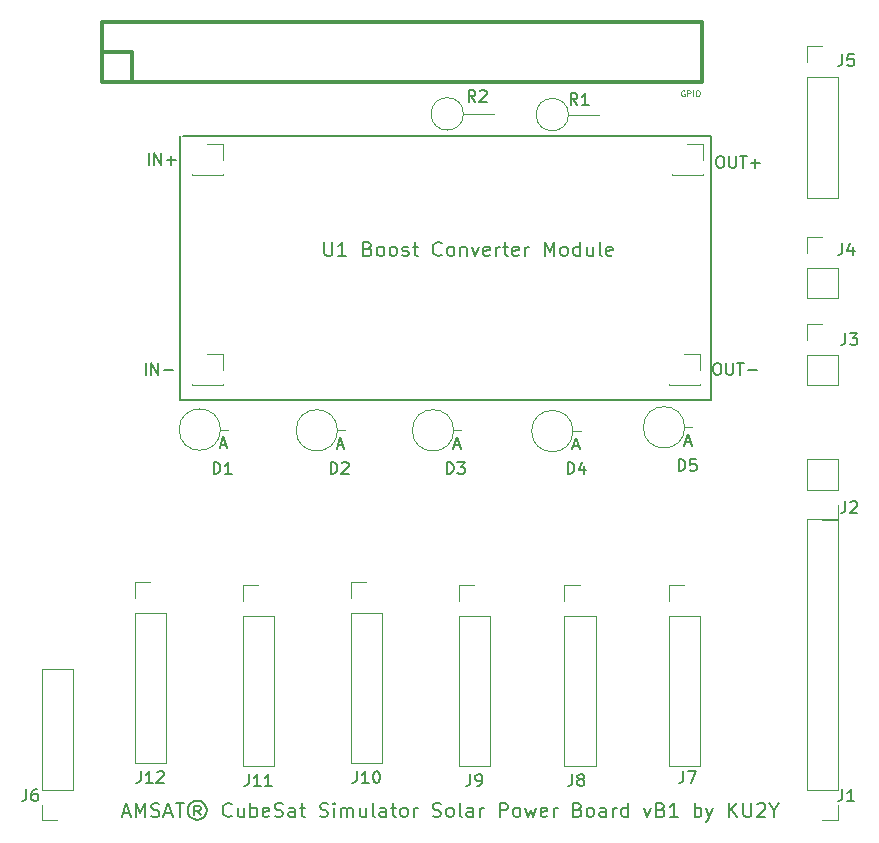
<source format=gbr>
G04 #@! TF.GenerationSoftware,KiCad,Pcbnew,(5.0.1)-4*
G04 #@! TF.CreationDate,2018-12-13T18:51:49-05:00*
G04 #@! TF.ProjectId,pihat_template,70696861745F74656D706C6174652E6B,B1.1*
G04 #@! TF.SameCoordinates,Original*
G04 #@! TF.FileFunction,Legend,Top*
G04 #@! TF.FilePolarity,Positive*
%FSLAX46Y46*%
G04 Gerber Fmt 4.6, Leading zero omitted, Abs format (unit mm)*
G04 Created by KiCad (PCBNEW (5.0.1)-4) date 12/13/2018 6:51:49 PM*
%MOMM*%
%LPD*%
G01*
G04 APERTURE LIST*
%ADD10C,0.200000*%
%ADD11C,0.120000*%
%ADD12C,0.304800*%
%ADD13C,0.150000*%
%ADD14C,0.125000*%
G04 APERTURE END LIST*
D10*
X113789714Y-139238000D02*
X114361142Y-139238000D01*
X113675428Y-139580857D02*
X114075428Y-138380857D01*
X114475428Y-139580857D01*
X114875428Y-139580857D02*
X114875428Y-138380857D01*
X115275428Y-139238000D01*
X115675428Y-138380857D01*
X115675428Y-139580857D01*
X116189714Y-139523714D02*
X116361142Y-139580857D01*
X116646857Y-139580857D01*
X116761142Y-139523714D01*
X116818285Y-139466571D01*
X116875428Y-139352285D01*
X116875428Y-139238000D01*
X116818285Y-139123714D01*
X116761142Y-139066571D01*
X116646857Y-139009428D01*
X116418285Y-138952285D01*
X116304000Y-138895142D01*
X116246857Y-138838000D01*
X116189714Y-138723714D01*
X116189714Y-138609428D01*
X116246857Y-138495142D01*
X116304000Y-138438000D01*
X116418285Y-138380857D01*
X116704000Y-138380857D01*
X116875428Y-138438000D01*
X117332571Y-139238000D02*
X117904000Y-139238000D01*
X117218285Y-139580857D02*
X117618285Y-138380857D01*
X118018285Y-139580857D01*
X118246857Y-138380857D02*
X118932571Y-138380857D01*
X118589714Y-139580857D02*
X118589714Y-138380857D01*
X120361142Y-139409428D02*
X120075428Y-139066571D01*
X119846857Y-139409428D02*
X119846857Y-138609428D01*
X120189714Y-138609428D01*
X120304000Y-138666571D01*
X120361142Y-138780857D01*
X120361142Y-138895142D01*
X120304000Y-139009428D01*
X120189714Y-139066571D01*
X119846857Y-139066571D01*
X120075428Y-138209428D02*
X119789714Y-138266571D01*
X119504000Y-138438000D01*
X119332571Y-138723714D01*
X119275428Y-139009428D01*
X119332571Y-139295142D01*
X119504000Y-139580857D01*
X119789714Y-139752285D01*
X120075428Y-139809428D01*
X120361142Y-139752285D01*
X120646857Y-139580857D01*
X120818285Y-139295142D01*
X120875428Y-139009428D01*
X120818285Y-138723714D01*
X120646857Y-138438000D01*
X120361142Y-138266571D01*
X120075428Y-138209428D01*
X122989714Y-139466571D02*
X122932571Y-139523714D01*
X122761142Y-139580857D01*
X122646857Y-139580857D01*
X122475428Y-139523714D01*
X122361142Y-139409428D01*
X122304000Y-139295142D01*
X122246857Y-139066571D01*
X122246857Y-138895142D01*
X122304000Y-138666571D01*
X122361142Y-138552285D01*
X122475428Y-138438000D01*
X122646857Y-138380857D01*
X122761142Y-138380857D01*
X122932571Y-138438000D01*
X122989714Y-138495142D01*
X124018285Y-138780857D02*
X124018285Y-139580857D01*
X123504000Y-138780857D02*
X123504000Y-139409428D01*
X123561142Y-139523714D01*
X123675428Y-139580857D01*
X123846857Y-139580857D01*
X123961142Y-139523714D01*
X124018285Y-139466571D01*
X124589714Y-139580857D02*
X124589714Y-138380857D01*
X124589714Y-138838000D02*
X124704000Y-138780857D01*
X124932571Y-138780857D01*
X125046857Y-138838000D01*
X125104000Y-138895142D01*
X125161142Y-139009428D01*
X125161142Y-139352285D01*
X125104000Y-139466571D01*
X125046857Y-139523714D01*
X124932571Y-139580857D01*
X124704000Y-139580857D01*
X124589714Y-139523714D01*
X126132571Y-139523714D02*
X126018285Y-139580857D01*
X125789714Y-139580857D01*
X125675428Y-139523714D01*
X125618285Y-139409428D01*
X125618285Y-138952285D01*
X125675428Y-138838000D01*
X125789714Y-138780857D01*
X126018285Y-138780857D01*
X126132571Y-138838000D01*
X126189714Y-138952285D01*
X126189714Y-139066571D01*
X125618285Y-139180857D01*
X126646857Y-139523714D02*
X126818285Y-139580857D01*
X127104000Y-139580857D01*
X127218285Y-139523714D01*
X127275428Y-139466571D01*
X127332571Y-139352285D01*
X127332571Y-139238000D01*
X127275428Y-139123714D01*
X127218285Y-139066571D01*
X127104000Y-139009428D01*
X126875428Y-138952285D01*
X126761142Y-138895142D01*
X126704000Y-138838000D01*
X126646857Y-138723714D01*
X126646857Y-138609428D01*
X126704000Y-138495142D01*
X126761142Y-138438000D01*
X126875428Y-138380857D01*
X127161142Y-138380857D01*
X127332571Y-138438000D01*
X128361142Y-139580857D02*
X128361142Y-138952285D01*
X128304000Y-138838000D01*
X128189714Y-138780857D01*
X127961142Y-138780857D01*
X127846857Y-138838000D01*
X128361142Y-139523714D02*
X128246857Y-139580857D01*
X127961142Y-139580857D01*
X127846857Y-139523714D01*
X127789714Y-139409428D01*
X127789714Y-139295142D01*
X127846857Y-139180857D01*
X127961142Y-139123714D01*
X128246857Y-139123714D01*
X128361142Y-139066571D01*
X128761142Y-138780857D02*
X129218285Y-138780857D01*
X128932571Y-138380857D02*
X128932571Y-139409428D01*
X128989714Y-139523714D01*
X129104000Y-139580857D01*
X129218285Y-139580857D01*
X130475428Y-139523714D02*
X130646857Y-139580857D01*
X130932571Y-139580857D01*
X131046857Y-139523714D01*
X131104000Y-139466571D01*
X131161142Y-139352285D01*
X131161142Y-139238000D01*
X131104000Y-139123714D01*
X131046857Y-139066571D01*
X130932571Y-139009428D01*
X130704000Y-138952285D01*
X130589714Y-138895142D01*
X130532571Y-138838000D01*
X130475428Y-138723714D01*
X130475428Y-138609428D01*
X130532571Y-138495142D01*
X130589714Y-138438000D01*
X130704000Y-138380857D01*
X130989714Y-138380857D01*
X131161142Y-138438000D01*
X131675428Y-139580857D02*
X131675428Y-138780857D01*
X131675428Y-138380857D02*
X131618285Y-138438000D01*
X131675428Y-138495142D01*
X131732571Y-138438000D01*
X131675428Y-138380857D01*
X131675428Y-138495142D01*
X132246857Y-139580857D02*
X132246857Y-138780857D01*
X132246857Y-138895142D02*
X132304000Y-138838000D01*
X132418285Y-138780857D01*
X132589714Y-138780857D01*
X132704000Y-138838000D01*
X132761142Y-138952285D01*
X132761142Y-139580857D01*
X132761142Y-138952285D02*
X132818285Y-138838000D01*
X132932571Y-138780857D01*
X133104000Y-138780857D01*
X133218285Y-138838000D01*
X133275428Y-138952285D01*
X133275428Y-139580857D01*
X134361142Y-138780857D02*
X134361142Y-139580857D01*
X133846857Y-138780857D02*
X133846857Y-139409428D01*
X133904000Y-139523714D01*
X134018285Y-139580857D01*
X134189714Y-139580857D01*
X134304000Y-139523714D01*
X134361142Y-139466571D01*
X135104000Y-139580857D02*
X134989714Y-139523714D01*
X134932571Y-139409428D01*
X134932571Y-138380857D01*
X136075428Y-139580857D02*
X136075428Y-138952285D01*
X136018285Y-138838000D01*
X135904000Y-138780857D01*
X135675428Y-138780857D01*
X135561142Y-138838000D01*
X136075428Y-139523714D02*
X135961142Y-139580857D01*
X135675428Y-139580857D01*
X135561142Y-139523714D01*
X135504000Y-139409428D01*
X135504000Y-139295142D01*
X135561142Y-139180857D01*
X135675428Y-139123714D01*
X135961142Y-139123714D01*
X136075428Y-139066571D01*
X136475428Y-138780857D02*
X136932571Y-138780857D01*
X136646857Y-138380857D02*
X136646857Y-139409428D01*
X136704000Y-139523714D01*
X136818285Y-139580857D01*
X136932571Y-139580857D01*
X137504000Y-139580857D02*
X137389714Y-139523714D01*
X137332571Y-139466571D01*
X137275428Y-139352285D01*
X137275428Y-139009428D01*
X137332571Y-138895142D01*
X137389714Y-138838000D01*
X137504000Y-138780857D01*
X137675428Y-138780857D01*
X137789714Y-138838000D01*
X137846857Y-138895142D01*
X137904000Y-139009428D01*
X137904000Y-139352285D01*
X137846857Y-139466571D01*
X137789714Y-139523714D01*
X137675428Y-139580857D01*
X137504000Y-139580857D01*
X138418285Y-139580857D02*
X138418285Y-138780857D01*
X138418285Y-139009428D02*
X138475428Y-138895142D01*
X138532571Y-138838000D01*
X138646857Y-138780857D01*
X138761142Y-138780857D01*
X140018285Y-139523714D02*
X140189714Y-139580857D01*
X140475428Y-139580857D01*
X140589714Y-139523714D01*
X140646857Y-139466571D01*
X140704000Y-139352285D01*
X140704000Y-139238000D01*
X140646857Y-139123714D01*
X140589714Y-139066571D01*
X140475428Y-139009428D01*
X140246857Y-138952285D01*
X140132571Y-138895142D01*
X140075428Y-138838000D01*
X140018285Y-138723714D01*
X140018285Y-138609428D01*
X140075428Y-138495142D01*
X140132571Y-138438000D01*
X140246857Y-138380857D01*
X140532571Y-138380857D01*
X140704000Y-138438000D01*
X141389714Y-139580857D02*
X141275428Y-139523714D01*
X141218285Y-139466571D01*
X141161142Y-139352285D01*
X141161142Y-139009428D01*
X141218285Y-138895142D01*
X141275428Y-138838000D01*
X141389714Y-138780857D01*
X141561142Y-138780857D01*
X141675428Y-138838000D01*
X141732571Y-138895142D01*
X141789714Y-139009428D01*
X141789714Y-139352285D01*
X141732571Y-139466571D01*
X141675428Y-139523714D01*
X141561142Y-139580857D01*
X141389714Y-139580857D01*
X142475428Y-139580857D02*
X142361142Y-139523714D01*
X142304000Y-139409428D01*
X142304000Y-138380857D01*
X143446857Y-139580857D02*
X143446857Y-138952285D01*
X143389714Y-138838000D01*
X143275428Y-138780857D01*
X143046857Y-138780857D01*
X142932571Y-138838000D01*
X143446857Y-139523714D02*
X143332571Y-139580857D01*
X143046857Y-139580857D01*
X142932571Y-139523714D01*
X142875428Y-139409428D01*
X142875428Y-139295142D01*
X142932571Y-139180857D01*
X143046857Y-139123714D01*
X143332571Y-139123714D01*
X143446857Y-139066571D01*
X144018285Y-139580857D02*
X144018285Y-138780857D01*
X144018285Y-139009428D02*
X144075428Y-138895142D01*
X144132571Y-138838000D01*
X144246857Y-138780857D01*
X144361142Y-138780857D01*
X145675428Y-139580857D02*
X145675428Y-138380857D01*
X146132571Y-138380857D01*
X146246857Y-138438000D01*
X146304000Y-138495142D01*
X146361142Y-138609428D01*
X146361142Y-138780857D01*
X146304000Y-138895142D01*
X146246857Y-138952285D01*
X146132571Y-139009428D01*
X145675428Y-139009428D01*
X147046857Y-139580857D02*
X146932571Y-139523714D01*
X146875428Y-139466571D01*
X146818285Y-139352285D01*
X146818285Y-139009428D01*
X146875428Y-138895142D01*
X146932571Y-138838000D01*
X147046857Y-138780857D01*
X147218285Y-138780857D01*
X147332571Y-138838000D01*
X147389714Y-138895142D01*
X147446857Y-139009428D01*
X147446857Y-139352285D01*
X147389714Y-139466571D01*
X147332571Y-139523714D01*
X147218285Y-139580857D01*
X147046857Y-139580857D01*
X147846857Y-138780857D02*
X148075428Y-139580857D01*
X148304000Y-139009428D01*
X148532571Y-139580857D01*
X148761142Y-138780857D01*
X149675428Y-139523714D02*
X149561142Y-139580857D01*
X149332571Y-139580857D01*
X149218285Y-139523714D01*
X149161142Y-139409428D01*
X149161142Y-138952285D01*
X149218285Y-138838000D01*
X149332571Y-138780857D01*
X149561142Y-138780857D01*
X149675428Y-138838000D01*
X149732571Y-138952285D01*
X149732571Y-139066571D01*
X149161142Y-139180857D01*
X150246857Y-139580857D02*
X150246857Y-138780857D01*
X150246857Y-139009428D02*
X150304000Y-138895142D01*
X150361142Y-138838000D01*
X150475428Y-138780857D01*
X150589714Y-138780857D01*
X152304000Y-138952285D02*
X152475428Y-139009428D01*
X152532571Y-139066571D01*
X152589714Y-139180857D01*
X152589714Y-139352285D01*
X152532571Y-139466571D01*
X152475428Y-139523714D01*
X152361142Y-139580857D01*
X151904000Y-139580857D01*
X151904000Y-138380857D01*
X152304000Y-138380857D01*
X152418285Y-138438000D01*
X152475428Y-138495142D01*
X152532571Y-138609428D01*
X152532571Y-138723714D01*
X152475428Y-138838000D01*
X152418285Y-138895142D01*
X152304000Y-138952285D01*
X151904000Y-138952285D01*
X153275428Y-139580857D02*
X153161142Y-139523714D01*
X153104000Y-139466571D01*
X153046857Y-139352285D01*
X153046857Y-139009428D01*
X153104000Y-138895142D01*
X153161142Y-138838000D01*
X153275428Y-138780857D01*
X153446857Y-138780857D01*
X153561142Y-138838000D01*
X153618285Y-138895142D01*
X153675428Y-139009428D01*
X153675428Y-139352285D01*
X153618285Y-139466571D01*
X153561142Y-139523714D01*
X153446857Y-139580857D01*
X153275428Y-139580857D01*
X154704000Y-139580857D02*
X154704000Y-138952285D01*
X154646857Y-138838000D01*
X154532571Y-138780857D01*
X154304000Y-138780857D01*
X154189714Y-138838000D01*
X154704000Y-139523714D02*
X154589714Y-139580857D01*
X154304000Y-139580857D01*
X154189714Y-139523714D01*
X154132571Y-139409428D01*
X154132571Y-139295142D01*
X154189714Y-139180857D01*
X154304000Y-139123714D01*
X154589714Y-139123714D01*
X154704000Y-139066571D01*
X155275428Y-139580857D02*
X155275428Y-138780857D01*
X155275428Y-139009428D02*
X155332571Y-138895142D01*
X155389714Y-138838000D01*
X155504000Y-138780857D01*
X155618285Y-138780857D01*
X156532571Y-139580857D02*
X156532571Y-138380857D01*
X156532571Y-139523714D02*
X156418285Y-139580857D01*
X156189714Y-139580857D01*
X156075428Y-139523714D01*
X156018285Y-139466571D01*
X155961142Y-139352285D01*
X155961142Y-139009428D01*
X156018285Y-138895142D01*
X156075428Y-138838000D01*
X156189714Y-138780857D01*
X156418285Y-138780857D01*
X156532571Y-138838000D01*
X157904000Y-138780857D02*
X158189714Y-139580857D01*
X158475428Y-138780857D01*
X159332571Y-138952285D02*
X159504000Y-139009428D01*
X159561142Y-139066571D01*
X159618285Y-139180857D01*
X159618285Y-139352285D01*
X159561142Y-139466571D01*
X159504000Y-139523714D01*
X159389714Y-139580857D01*
X158932571Y-139580857D01*
X158932571Y-138380857D01*
X159332571Y-138380857D01*
X159446857Y-138438000D01*
X159504000Y-138495142D01*
X159561142Y-138609428D01*
X159561142Y-138723714D01*
X159504000Y-138838000D01*
X159446857Y-138895142D01*
X159332571Y-138952285D01*
X158932571Y-138952285D01*
X160761142Y-139580857D02*
X160075428Y-139580857D01*
X160418285Y-139580857D02*
X160418285Y-138380857D01*
X160304000Y-138552285D01*
X160189714Y-138666571D01*
X160075428Y-138723714D01*
X162189714Y-139580857D02*
X162189714Y-138380857D01*
X162189714Y-138838000D02*
X162304000Y-138780857D01*
X162532571Y-138780857D01*
X162646857Y-138838000D01*
X162704000Y-138895142D01*
X162761142Y-139009428D01*
X162761142Y-139352285D01*
X162704000Y-139466571D01*
X162646857Y-139523714D01*
X162532571Y-139580857D01*
X162304000Y-139580857D01*
X162189714Y-139523714D01*
X163161142Y-138780857D02*
X163446857Y-139580857D01*
X163732571Y-138780857D02*
X163446857Y-139580857D01*
X163332571Y-139866571D01*
X163275428Y-139923714D01*
X163161142Y-139980857D01*
X165104000Y-139580857D02*
X165104000Y-138380857D01*
X165789714Y-139580857D02*
X165275428Y-138895142D01*
X165789714Y-138380857D02*
X165104000Y-139066571D01*
X166304000Y-138380857D02*
X166304000Y-139352285D01*
X166361142Y-139466571D01*
X166418285Y-139523714D01*
X166532571Y-139580857D01*
X166761142Y-139580857D01*
X166875428Y-139523714D01*
X166932571Y-139466571D01*
X166989714Y-139352285D01*
X166989714Y-138380857D01*
X167504000Y-138495142D02*
X167561142Y-138438000D01*
X167675428Y-138380857D01*
X167961142Y-138380857D01*
X168075428Y-138438000D01*
X168132571Y-138495142D01*
X168189714Y-138609428D01*
X168189714Y-138723714D01*
X168132571Y-138895142D01*
X167446857Y-139580857D01*
X168189714Y-139580857D01*
X168932571Y-139009428D02*
X168932571Y-139580857D01*
X168532571Y-138380857D02*
X168932571Y-139009428D01*
X169332571Y-138380857D01*
X130828000Y-90882857D02*
X130828000Y-91854285D01*
X130885142Y-91968571D01*
X130942285Y-92025714D01*
X131056571Y-92082857D01*
X131285142Y-92082857D01*
X131399428Y-92025714D01*
X131456571Y-91968571D01*
X131513714Y-91854285D01*
X131513714Y-90882857D01*
X132713714Y-92082857D02*
X132028000Y-92082857D01*
X132370857Y-92082857D02*
X132370857Y-90882857D01*
X132256571Y-91054285D01*
X132142285Y-91168571D01*
X132028000Y-91225714D01*
X134542285Y-91454285D02*
X134713714Y-91511428D01*
X134770857Y-91568571D01*
X134828000Y-91682857D01*
X134828000Y-91854285D01*
X134770857Y-91968571D01*
X134713714Y-92025714D01*
X134599428Y-92082857D01*
X134142285Y-92082857D01*
X134142285Y-90882857D01*
X134542285Y-90882857D01*
X134656571Y-90940000D01*
X134713714Y-90997142D01*
X134770857Y-91111428D01*
X134770857Y-91225714D01*
X134713714Y-91340000D01*
X134656571Y-91397142D01*
X134542285Y-91454285D01*
X134142285Y-91454285D01*
X135513714Y-92082857D02*
X135399428Y-92025714D01*
X135342285Y-91968571D01*
X135285142Y-91854285D01*
X135285142Y-91511428D01*
X135342285Y-91397142D01*
X135399428Y-91340000D01*
X135513714Y-91282857D01*
X135685142Y-91282857D01*
X135799428Y-91340000D01*
X135856571Y-91397142D01*
X135913714Y-91511428D01*
X135913714Y-91854285D01*
X135856571Y-91968571D01*
X135799428Y-92025714D01*
X135685142Y-92082857D01*
X135513714Y-92082857D01*
X136599428Y-92082857D02*
X136485142Y-92025714D01*
X136428000Y-91968571D01*
X136370857Y-91854285D01*
X136370857Y-91511428D01*
X136428000Y-91397142D01*
X136485142Y-91340000D01*
X136599428Y-91282857D01*
X136770857Y-91282857D01*
X136885142Y-91340000D01*
X136942285Y-91397142D01*
X136999428Y-91511428D01*
X136999428Y-91854285D01*
X136942285Y-91968571D01*
X136885142Y-92025714D01*
X136770857Y-92082857D01*
X136599428Y-92082857D01*
X137456571Y-92025714D02*
X137570857Y-92082857D01*
X137799428Y-92082857D01*
X137913714Y-92025714D01*
X137970857Y-91911428D01*
X137970857Y-91854285D01*
X137913714Y-91740000D01*
X137799428Y-91682857D01*
X137628000Y-91682857D01*
X137513714Y-91625714D01*
X137456571Y-91511428D01*
X137456571Y-91454285D01*
X137513714Y-91340000D01*
X137628000Y-91282857D01*
X137799428Y-91282857D01*
X137913714Y-91340000D01*
X138313714Y-91282857D02*
X138770857Y-91282857D01*
X138485142Y-90882857D02*
X138485142Y-91911428D01*
X138542285Y-92025714D01*
X138656571Y-92082857D01*
X138770857Y-92082857D01*
X140770857Y-91968571D02*
X140713714Y-92025714D01*
X140542285Y-92082857D01*
X140428000Y-92082857D01*
X140256571Y-92025714D01*
X140142285Y-91911428D01*
X140085142Y-91797142D01*
X140028000Y-91568571D01*
X140028000Y-91397142D01*
X140085142Y-91168571D01*
X140142285Y-91054285D01*
X140256571Y-90940000D01*
X140428000Y-90882857D01*
X140542285Y-90882857D01*
X140713714Y-90940000D01*
X140770857Y-90997142D01*
X141456571Y-92082857D02*
X141342285Y-92025714D01*
X141285142Y-91968571D01*
X141228000Y-91854285D01*
X141228000Y-91511428D01*
X141285142Y-91397142D01*
X141342285Y-91340000D01*
X141456571Y-91282857D01*
X141628000Y-91282857D01*
X141742285Y-91340000D01*
X141799428Y-91397142D01*
X141856571Y-91511428D01*
X141856571Y-91854285D01*
X141799428Y-91968571D01*
X141742285Y-92025714D01*
X141628000Y-92082857D01*
X141456571Y-92082857D01*
X142370857Y-91282857D02*
X142370857Y-92082857D01*
X142370857Y-91397142D02*
X142428000Y-91340000D01*
X142542285Y-91282857D01*
X142713714Y-91282857D01*
X142828000Y-91340000D01*
X142885142Y-91454285D01*
X142885142Y-92082857D01*
X143342285Y-91282857D02*
X143628000Y-92082857D01*
X143913714Y-91282857D01*
X144828000Y-92025714D02*
X144713714Y-92082857D01*
X144485142Y-92082857D01*
X144370857Y-92025714D01*
X144313714Y-91911428D01*
X144313714Y-91454285D01*
X144370857Y-91340000D01*
X144485142Y-91282857D01*
X144713714Y-91282857D01*
X144828000Y-91340000D01*
X144885142Y-91454285D01*
X144885142Y-91568571D01*
X144313714Y-91682857D01*
X145399428Y-92082857D02*
X145399428Y-91282857D01*
X145399428Y-91511428D02*
X145456571Y-91397142D01*
X145513714Y-91340000D01*
X145628000Y-91282857D01*
X145742285Y-91282857D01*
X145970857Y-91282857D02*
X146428000Y-91282857D01*
X146142285Y-90882857D02*
X146142285Y-91911428D01*
X146199428Y-92025714D01*
X146313714Y-92082857D01*
X146428000Y-92082857D01*
X147285142Y-92025714D02*
X147170857Y-92082857D01*
X146942285Y-92082857D01*
X146828000Y-92025714D01*
X146770857Y-91911428D01*
X146770857Y-91454285D01*
X146828000Y-91340000D01*
X146942285Y-91282857D01*
X147170857Y-91282857D01*
X147285142Y-91340000D01*
X147342285Y-91454285D01*
X147342285Y-91568571D01*
X146770857Y-91682857D01*
X147856571Y-92082857D02*
X147856571Y-91282857D01*
X147856571Y-91511428D02*
X147913714Y-91397142D01*
X147970857Y-91340000D01*
X148085142Y-91282857D01*
X148199428Y-91282857D01*
X149513714Y-92082857D02*
X149513714Y-90882857D01*
X149913714Y-91740000D01*
X150313714Y-90882857D01*
X150313714Y-92082857D01*
X151056571Y-92082857D02*
X150942285Y-92025714D01*
X150885142Y-91968571D01*
X150828000Y-91854285D01*
X150828000Y-91511428D01*
X150885142Y-91397142D01*
X150942285Y-91340000D01*
X151056571Y-91282857D01*
X151228000Y-91282857D01*
X151342285Y-91340000D01*
X151399428Y-91397142D01*
X151456571Y-91511428D01*
X151456571Y-91854285D01*
X151399428Y-91968571D01*
X151342285Y-92025714D01*
X151228000Y-92082857D01*
X151056571Y-92082857D01*
X152485142Y-92082857D02*
X152485142Y-90882857D01*
X152485142Y-92025714D02*
X152370857Y-92082857D01*
X152142285Y-92082857D01*
X152028000Y-92025714D01*
X151970857Y-91968571D01*
X151913714Y-91854285D01*
X151913714Y-91511428D01*
X151970857Y-91397142D01*
X152028000Y-91340000D01*
X152142285Y-91282857D01*
X152370857Y-91282857D01*
X152485142Y-91340000D01*
X153570857Y-91282857D02*
X153570857Y-92082857D01*
X153056571Y-91282857D02*
X153056571Y-91911428D01*
X153113714Y-92025714D01*
X153228000Y-92082857D01*
X153399428Y-92082857D01*
X153513714Y-92025714D01*
X153570857Y-91968571D01*
X154313714Y-92082857D02*
X154199428Y-92025714D01*
X154142285Y-91911428D01*
X154142285Y-90882857D01*
X155228000Y-92025714D02*
X155113714Y-92082857D01*
X154885142Y-92082857D01*
X154770857Y-92025714D01*
X154713714Y-91911428D01*
X154713714Y-91454285D01*
X154770857Y-91340000D01*
X154885142Y-91282857D01*
X155113714Y-91282857D01*
X155228000Y-91340000D01*
X155285142Y-91454285D01*
X155285142Y-91568571D01*
X154713714Y-91682857D01*
X118644000Y-104240000D02*
X118644000Y-81888000D01*
X163602000Y-104240000D02*
X118644000Y-104240000D01*
X163602000Y-81888000D02*
X163602000Y-104240000D01*
X118898000Y-81888000D02*
X163602000Y-81888000D01*
D11*
G04 #@! TO.C,J11*
X123918000Y-135288000D02*
X126578000Y-135288000D01*
X123918000Y-122528000D02*
X123918000Y-135288000D01*
X126578000Y-122528000D02*
X126578000Y-135288000D01*
X123918000Y-122528000D02*
X126578000Y-122528000D01*
X123918000Y-121258000D02*
X123918000Y-119928000D01*
X123918000Y-119928000D02*
X125248000Y-119928000D01*
G04 #@! TO.C,OUT-*
X159986000Y-103030000D02*
X162646000Y-103030000D01*
X159986000Y-102910000D02*
X159986000Y-103030000D01*
X162646000Y-102910000D02*
X162646000Y-103030000D01*
X162646000Y-100370000D02*
X162646000Y-101700000D01*
X161316000Y-100370000D02*
X162646000Y-100370000D01*
G04 #@! TO.C,IN+*
X119600000Y-85250000D02*
X122260000Y-85250000D01*
X119600000Y-85130000D02*
X119600000Y-85250000D01*
X122260000Y-85130000D02*
X122260000Y-85250000D01*
X122260000Y-82590000D02*
X122260000Y-83920000D01*
X120930000Y-82590000D02*
X122260000Y-82590000D01*
G04 #@! TO.C,IN-*
X119600000Y-103030000D02*
X122260000Y-103030000D01*
X119600000Y-102910000D02*
X119600000Y-103030000D01*
X122260000Y-102910000D02*
X122260000Y-103030000D01*
X122260000Y-100370000D02*
X122260000Y-101700000D01*
X120930000Y-100370000D02*
X122260000Y-100370000D01*
G04 #@! TO.C,OUT+*
X161570000Y-82590000D02*
X162900000Y-82590000D01*
X162900000Y-82590000D02*
X162900000Y-83920000D01*
X162900000Y-85130000D02*
X162900000Y-85250000D01*
X160240000Y-85130000D02*
X160240000Y-85250000D01*
X160240000Y-85250000D02*
X162900000Y-85250000D01*
G04 #@! TO.C,J6*
X109560000Y-137260000D02*
X106900000Y-137260000D01*
X109560000Y-137260000D02*
X109560000Y-127040000D01*
X109560000Y-127040000D02*
X106900000Y-127040000D01*
X106900000Y-137260000D02*
X106900000Y-127040000D01*
X106900000Y-139860000D02*
X106900000Y-138530000D01*
X108230000Y-139860000D02*
X106900000Y-139860000D01*
G04 #@! TO.C,R1*
X151510000Y-80110000D02*
X154120000Y-80110000D01*
X151510000Y-80110000D02*
G75*
G03X151510000Y-80110000I-1370000J0D01*
G01*
G04 #@! TO.C,R2*
X142620000Y-80046500D02*
G75*
G03X142620000Y-80046500I-1370000J0D01*
G01*
X142620000Y-80046500D02*
X145230000Y-80046500D01*
G04 #@! TO.C,J2*
X174330000Y-109260000D02*
X171670000Y-109260000D01*
X174330000Y-111860000D02*
X174330000Y-109260000D01*
X171670000Y-111860000D02*
X171670000Y-109260000D01*
X174330000Y-111860000D02*
X171670000Y-111860000D01*
X174330000Y-113130000D02*
X174330000Y-114460000D01*
X174330000Y-114460000D02*
X173000000Y-114460000D01*
G04 #@! TO.C,J4*
X171670000Y-90464000D02*
X173000000Y-90464000D01*
X171670000Y-91794000D02*
X171670000Y-90464000D01*
X171670000Y-93064000D02*
X174330000Y-93064000D01*
X174330000Y-93064000D02*
X174330000Y-95664000D01*
X171670000Y-93064000D02*
X171670000Y-95664000D01*
X171670000Y-95664000D02*
X174330000Y-95664000D01*
G04 #@! TO.C,J3*
X171670000Y-103030000D02*
X174330000Y-103030000D01*
X171670000Y-100430000D02*
X171670000Y-103030000D01*
X174330000Y-100430000D02*
X174330000Y-103030000D01*
X171670000Y-100430000D02*
X174330000Y-100430000D01*
X171670000Y-99160000D02*
X171670000Y-97830000D01*
X171670000Y-97830000D02*
X173000000Y-97830000D01*
G04 #@! TO.C,J10*
X133062000Y-135034000D02*
X135722000Y-135034000D01*
X133062000Y-122274000D02*
X133062000Y-135034000D01*
X135722000Y-122274000D02*
X135722000Y-135034000D01*
X133062000Y-122274000D02*
X135722000Y-122274000D01*
X133062000Y-121004000D02*
X133062000Y-119674000D01*
X133062000Y-119674000D02*
X134392000Y-119674000D01*
G04 #@! TO.C,J12*
X114774000Y-119674000D02*
X116104000Y-119674000D01*
X114774000Y-121004000D02*
X114774000Y-119674000D01*
X114774000Y-122274000D02*
X117434000Y-122274000D01*
X117434000Y-122274000D02*
X117434000Y-135034000D01*
X114774000Y-122274000D02*
X114774000Y-135034000D01*
X114774000Y-135034000D02*
X117434000Y-135034000D01*
G04 #@! TO.C,J8*
X151159500Y-135288000D02*
X153819500Y-135288000D01*
X151159500Y-122528000D02*
X151159500Y-135288000D01*
X153819500Y-122528000D02*
X153819500Y-135288000D01*
X151159500Y-122528000D02*
X153819500Y-122528000D01*
X151159500Y-121258000D02*
X151159500Y-119928000D01*
X151159500Y-119928000D02*
X152489500Y-119928000D01*
G04 #@! TO.C,J7*
X159986000Y-119928000D02*
X161316000Y-119928000D01*
X159986000Y-121258000D02*
X159986000Y-119928000D01*
X159986000Y-122528000D02*
X162646000Y-122528000D01*
X162646000Y-122528000D02*
X162646000Y-135288000D01*
X159986000Y-122528000D02*
X159986000Y-135288000D01*
X159986000Y-135288000D02*
X162646000Y-135288000D01*
G04 #@! TO.C,J9*
X142206000Y-135288000D02*
X144866000Y-135288000D01*
X142206000Y-122528000D02*
X142206000Y-135288000D01*
X144866000Y-122528000D02*
X144866000Y-135288000D01*
X142206000Y-122528000D02*
X144866000Y-122528000D01*
X142206000Y-121258000D02*
X142206000Y-119928000D01*
X142206000Y-119928000D02*
X143536000Y-119928000D01*
G04 #@! TO.C,J1*
X174330000Y-114340000D02*
X171670000Y-114340000D01*
X174330000Y-137260000D02*
X174330000Y-114340000D01*
X171670000Y-137260000D02*
X171670000Y-114340000D01*
X174330000Y-137260000D02*
X171670000Y-137260000D01*
X174330000Y-138530000D02*
X174330000Y-139860000D01*
X174330000Y-139860000D02*
X173000000Y-139860000D01*
G04 #@! TO.C,D4*
X151890635Y-106907000D02*
X152550000Y-106907000D01*
X151890635Y-106907000D02*
G75*
G03X151890635Y-106907000I-1750635J0D01*
G01*
G04 #@! TO.C,D3*
X141794135Y-106843500D02*
G75*
G03X141794135Y-106843500I-1750635J0D01*
G01*
X141794135Y-106843500D02*
X142453500Y-106843500D01*
G04 #@! TO.C,D5*
X161352135Y-106589500D02*
X162011500Y-106589500D01*
X161352135Y-106589500D02*
G75*
G03X161352135Y-106589500I-1750635J0D01*
G01*
G04 #@! TO.C,D2*
X131951635Y-106843500D02*
G75*
G03X131951635Y-106843500I-1750635J0D01*
G01*
X131951635Y-106843500D02*
X132611000Y-106843500D01*
G04 #@! TO.C,J5*
X171670000Y-87155000D02*
X174330000Y-87155000D01*
X171670000Y-76935000D02*
X171670000Y-87155000D01*
X174330000Y-76935000D02*
X174330000Y-87155000D01*
X171670000Y-76935000D02*
X174330000Y-76935000D01*
X171670000Y-75665000D02*
X171670000Y-74335000D01*
X171670000Y-74335000D02*
X173000000Y-74335000D01*
G04 #@! TO.C,D1*
X122045635Y-106780000D02*
G75*
G03X122045635Y-106780000I-1750635J0D01*
G01*
X122045635Y-106780000D02*
X122705000Y-106780000D01*
D12*
G04 #@! TO.C,GPIO*
X162820000Y-77360000D02*
X112020000Y-77360000D01*
X112020000Y-72280000D02*
X162820000Y-72280000D01*
X112020000Y-74820000D02*
X114560000Y-74820000D01*
X114560000Y-74820000D02*
X114560000Y-77360000D01*
X112020000Y-72280000D02*
X112020000Y-77360000D01*
X162820000Y-77360000D02*
X162820000Y-72280000D01*
G04 #@! TO.C,J11*
D13*
X124438476Y-135950380D02*
X124438476Y-136664666D01*
X124390857Y-136807523D01*
X124295619Y-136902761D01*
X124152761Y-136950380D01*
X124057523Y-136950380D01*
X125438476Y-136950380D02*
X124867047Y-136950380D01*
X125152761Y-136950380D02*
X125152761Y-135950380D01*
X125057523Y-136093238D01*
X124962285Y-136188476D01*
X124867047Y-136236095D01*
X126390857Y-136950380D02*
X125819428Y-136950380D01*
X126105142Y-136950380D02*
X126105142Y-135950380D01*
X126009904Y-136093238D01*
X125914666Y-136188476D01*
X125819428Y-136236095D01*
G04 #@! TO.C,OUT-*
X164014952Y-101152380D02*
X164205428Y-101152380D01*
X164300666Y-101200000D01*
X164395904Y-101295238D01*
X164443523Y-101485714D01*
X164443523Y-101819047D01*
X164395904Y-102009523D01*
X164300666Y-102104761D01*
X164205428Y-102152380D01*
X164014952Y-102152380D01*
X163919714Y-102104761D01*
X163824476Y-102009523D01*
X163776857Y-101819047D01*
X163776857Y-101485714D01*
X163824476Y-101295238D01*
X163919714Y-101200000D01*
X164014952Y-101152380D01*
X164872095Y-101152380D02*
X164872095Y-101961904D01*
X164919714Y-102057142D01*
X164967333Y-102104761D01*
X165062571Y-102152380D01*
X165253047Y-102152380D01*
X165348285Y-102104761D01*
X165395904Y-102057142D01*
X165443523Y-101961904D01*
X165443523Y-101152380D01*
X165776857Y-101152380D02*
X166348285Y-101152380D01*
X166062571Y-102152380D02*
X166062571Y-101152380D01*
X166681619Y-101771428D02*
X167443523Y-101771428D01*
G04 #@! TO.C,IN+*
X115977142Y-84372380D02*
X115977142Y-83372380D01*
X116453333Y-84372380D02*
X116453333Y-83372380D01*
X117024761Y-84372380D01*
X117024761Y-83372380D01*
X117500952Y-83991428D02*
X118262857Y-83991428D01*
X117881904Y-84372380D02*
X117881904Y-83610476D01*
G04 #@! TO.C,IN-*
X115723142Y-102152380D02*
X115723142Y-101152380D01*
X116199333Y-102152380D02*
X116199333Y-101152380D01*
X116770761Y-102152380D01*
X116770761Y-101152380D01*
X117246952Y-101771428D02*
X118008857Y-101771428D01*
G04 #@! TO.C,OUT+*
X164268952Y-83626380D02*
X164459428Y-83626380D01*
X164554666Y-83674000D01*
X164649904Y-83769238D01*
X164697523Y-83959714D01*
X164697523Y-84293047D01*
X164649904Y-84483523D01*
X164554666Y-84578761D01*
X164459428Y-84626380D01*
X164268952Y-84626380D01*
X164173714Y-84578761D01*
X164078476Y-84483523D01*
X164030857Y-84293047D01*
X164030857Y-83959714D01*
X164078476Y-83769238D01*
X164173714Y-83674000D01*
X164268952Y-83626380D01*
X165126095Y-83626380D02*
X165126095Y-84435904D01*
X165173714Y-84531142D01*
X165221333Y-84578761D01*
X165316571Y-84626380D01*
X165507047Y-84626380D01*
X165602285Y-84578761D01*
X165649904Y-84531142D01*
X165697523Y-84435904D01*
X165697523Y-83626380D01*
X166030857Y-83626380D02*
X166602285Y-83626380D01*
X166316571Y-84626380D02*
X166316571Y-83626380D01*
X166935619Y-84245428D02*
X167697523Y-84245428D01*
X167316571Y-84626380D02*
X167316571Y-83864476D01*
G04 #@! TO.C,J6*
X105610666Y-137220380D02*
X105610666Y-137934666D01*
X105563047Y-138077523D01*
X105467809Y-138172761D01*
X105324952Y-138220380D01*
X105229714Y-138220380D01*
X106515428Y-137220380D02*
X106324952Y-137220380D01*
X106229714Y-137268000D01*
X106182095Y-137315619D01*
X106086857Y-137458476D01*
X106039238Y-137648952D01*
X106039238Y-138029904D01*
X106086857Y-138125142D01*
X106134476Y-138172761D01*
X106229714Y-138220380D01*
X106420190Y-138220380D01*
X106515428Y-138172761D01*
X106563047Y-138125142D01*
X106610666Y-138029904D01*
X106610666Y-137791809D01*
X106563047Y-137696571D01*
X106515428Y-137648952D01*
X106420190Y-137601333D01*
X106229714Y-137601333D01*
X106134476Y-137648952D01*
X106086857Y-137696571D01*
X106039238Y-137791809D01*
G04 #@! TO.C,R1*
X152259333Y-79292380D02*
X151926000Y-78816190D01*
X151687904Y-79292380D02*
X151687904Y-78292380D01*
X152068857Y-78292380D01*
X152164095Y-78340000D01*
X152211714Y-78387619D01*
X152259333Y-78482857D01*
X152259333Y-78625714D01*
X152211714Y-78720952D01*
X152164095Y-78768571D01*
X152068857Y-78816190D01*
X151687904Y-78816190D01*
X153211714Y-79292380D02*
X152640285Y-79292380D01*
X152926000Y-79292380D02*
X152926000Y-78292380D01*
X152830761Y-78435238D01*
X152735523Y-78530476D01*
X152640285Y-78578095D01*
G04 #@! TO.C,R2*
X143623333Y-79038380D02*
X143290000Y-78562190D01*
X143051904Y-79038380D02*
X143051904Y-78038380D01*
X143432857Y-78038380D01*
X143528095Y-78086000D01*
X143575714Y-78133619D01*
X143623333Y-78228857D01*
X143623333Y-78371714D01*
X143575714Y-78466952D01*
X143528095Y-78514571D01*
X143432857Y-78562190D01*
X143051904Y-78562190D01*
X144004285Y-78133619D02*
X144051904Y-78086000D01*
X144147142Y-78038380D01*
X144385238Y-78038380D01*
X144480476Y-78086000D01*
X144528095Y-78133619D01*
X144575714Y-78228857D01*
X144575714Y-78324095D01*
X144528095Y-78466952D01*
X143956666Y-79038380D01*
X144575714Y-79038380D01*
G04 #@! TO.C,J2*
X174952666Y-112836380D02*
X174952666Y-113550666D01*
X174905047Y-113693523D01*
X174809809Y-113788761D01*
X174666952Y-113836380D01*
X174571714Y-113836380D01*
X175381238Y-112931619D02*
X175428857Y-112884000D01*
X175524095Y-112836380D01*
X175762190Y-112836380D01*
X175857428Y-112884000D01*
X175905047Y-112931619D01*
X175952666Y-113026857D01*
X175952666Y-113122095D01*
X175905047Y-113264952D01*
X175333619Y-113836380D01*
X175952666Y-113836380D01*
G04 #@! TO.C,J4*
X174698666Y-90992380D02*
X174698666Y-91706666D01*
X174651047Y-91849523D01*
X174555809Y-91944761D01*
X174412952Y-91992380D01*
X174317714Y-91992380D01*
X175603428Y-91325714D02*
X175603428Y-91992380D01*
X175365333Y-90944761D02*
X175127238Y-91659047D01*
X175746285Y-91659047D01*
G04 #@! TO.C,J3*
X174952666Y-98612380D02*
X174952666Y-99326666D01*
X174905047Y-99469523D01*
X174809809Y-99564761D01*
X174666952Y-99612380D01*
X174571714Y-99612380D01*
X175333619Y-98612380D02*
X175952666Y-98612380D01*
X175619333Y-98993333D01*
X175762190Y-98993333D01*
X175857428Y-99040952D01*
X175905047Y-99088571D01*
X175952666Y-99183809D01*
X175952666Y-99421904D01*
X175905047Y-99517142D01*
X175857428Y-99564761D01*
X175762190Y-99612380D01*
X175476476Y-99612380D01*
X175381238Y-99564761D01*
X175333619Y-99517142D01*
G04 #@! TO.C,J10*
X133582476Y-135696380D02*
X133582476Y-136410666D01*
X133534857Y-136553523D01*
X133439619Y-136648761D01*
X133296761Y-136696380D01*
X133201523Y-136696380D01*
X134582476Y-136696380D02*
X134011047Y-136696380D01*
X134296761Y-136696380D02*
X134296761Y-135696380D01*
X134201523Y-135839238D01*
X134106285Y-135934476D01*
X134011047Y-135982095D01*
X135201523Y-135696380D02*
X135296761Y-135696380D01*
X135392000Y-135744000D01*
X135439619Y-135791619D01*
X135487238Y-135886857D01*
X135534857Y-136077333D01*
X135534857Y-136315428D01*
X135487238Y-136505904D01*
X135439619Y-136601142D01*
X135392000Y-136648761D01*
X135296761Y-136696380D01*
X135201523Y-136696380D01*
X135106285Y-136648761D01*
X135058666Y-136601142D01*
X135011047Y-136505904D01*
X134963428Y-136315428D01*
X134963428Y-136077333D01*
X135011047Y-135886857D01*
X135058666Y-135791619D01*
X135106285Y-135744000D01*
X135201523Y-135696380D01*
G04 #@! TO.C,J12*
X115294476Y-135696380D02*
X115294476Y-136410666D01*
X115246857Y-136553523D01*
X115151619Y-136648761D01*
X115008761Y-136696380D01*
X114913523Y-136696380D01*
X116294476Y-136696380D02*
X115723047Y-136696380D01*
X116008761Y-136696380D02*
X116008761Y-135696380D01*
X115913523Y-135839238D01*
X115818285Y-135934476D01*
X115723047Y-135982095D01*
X116675428Y-135791619D02*
X116723047Y-135744000D01*
X116818285Y-135696380D01*
X117056380Y-135696380D01*
X117151619Y-135744000D01*
X117199238Y-135791619D01*
X117246857Y-135886857D01*
X117246857Y-135982095D01*
X117199238Y-136124952D01*
X116627809Y-136696380D01*
X117246857Y-136696380D01*
G04 #@! TO.C,J8*
X151838666Y-135950380D02*
X151838666Y-136664666D01*
X151791047Y-136807523D01*
X151695809Y-136902761D01*
X151552952Y-136950380D01*
X151457714Y-136950380D01*
X152457714Y-136378952D02*
X152362476Y-136331333D01*
X152314857Y-136283714D01*
X152267238Y-136188476D01*
X152267238Y-136140857D01*
X152314857Y-136045619D01*
X152362476Y-135998000D01*
X152457714Y-135950380D01*
X152648190Y-135950380D01*
X152743428Y-135998000D01*
X152791047Y-136045619D01*
X152838666Y-136140857D01*
X152838666Y-136188476D01*
X152791047Y-136283714D01*
X152743428Y-136331333D01*
X152648190Y-136378952D01*
X152457714Y-136378952D01*
X152362476Y-136426571D01*
X152314857Y-136474190D01*
X152267238Y-136569428D01*
X152267238Y-136759904D01*
X152314857Y-136855142D01*
X152362476Y-136902761D01*
X152457714Y-136950380D01*
X152648190Y-136950380D01*
X152743428Y-136902761D01*
X152791047Y-136855142D01*
X152838666Y-136759904D01*
X152838666Y-136569428D01*
X152791047Y-136474190D01*
X152743428Y-136426571D01*
X152648190Y-136378952D01*
G04 #@! TO.C,J7*
X161236666Y-135696380D02*
X161236666Y-136410666D01*
X161189047Y-136553523D01*
X161093809Y-136648761D01*
X160950952Y-136696380D01*
X160855714Y-136696380D01*
X161617619Y-135696380D02*
X162284285Y-135696380D01*
X161855714Y-136696380D01*
G04 #@! TO.C,J9*
X143202666Y-135950380D02*
X143202666Y-136664666D01*
X143155047Y-136807523D01*
X143059809Y-136902761D01*
X142916952Y-136950380D01*
X142821714Y-136950380D01*
X143726476Y-136950380D02*
X143916952Y-136950380D01*
X144012190Y-136902761D01*
X144059809Y-136855142D01*
X144155047Y-136712285D01*
X144202666Y-136521809D01*
X144202666Y-136140857D01*
X144155047Y-136045619D01*
X144107428Y-135998000D01*
X144012190Y-135950380D01*
X143821714Y-135950380D01*
X143726476Y-135998000D01*
X143678857Y-136045619D01*
X143631238Y-136140857D01*
X143631238Y-136378952D01*
X143678857Y-136474190D01*
X143726476Y-136521809D01*
X143821714Y-136569428D01*
X144012190Y-136569428D01*
X144107428Y-136521809D01*
X144155047Y-136474190D01*
X144202666Y-136378952D01*
G04 #@! TO.C,J1*
X174698666Y-137220380D02*
X174698666Y-137934666D01*
X174651047Y-138077523D01*
X174555809Y-138172761D01*
X174412952Y-138220380D01*
X174317714Y-138220380D01*
X175698666Y-138220380D02*
X175127238Y-138220380D01*
X175412952Y-138220380D02*
X175412952Y-137220380D01*
X175317714Y-137363238D01*
X175222476Y-137458476D01*
X175127238Y-137506095D01*
G04 #@! TO.C,D4*
X151433904Y-110534380D02*
X151433904Y-109534380D01*
X151672000Y-109534380D01*
X151814857Y-109582000D01*
X151910095Y-109677238D01*
X151957714Y-109772476D01*
X152005333Y-109962952D01*
X152005333Y-110105809D01*
X151957714Y-110296285D01*
X151910095Y-110391523D01*
X151814857Y-110486761D01*
X151672000Y-110534380D01*
X151433904Y-110534380D01*
X152862476Y-109867714D02*
X152862476Y-110534380D01*
X152624380Y-109486761D02*
X152386285Y-110201047D01*
X153005333Y-110201047D01*
X151911904Y-108173666D02*
X152388095Y-108173666D01*
X151816666Y-108459380D02*
X152150000Y-107459380D01*
X152483333Y-108459380D01*
G04 #@! TO.C,D3*
X141210404Y-110534380D02*
X141210404Y-109534380D01*
X141448500Y-109534380D01*
X141591357Y-109582000D01*
X141686595Y-109677238D01*
X141734214Y-109772476D01*
X141781833Y-109962952D01*
X141781833Y-110105809D01*
X141734214Y-110296285D01*
X141686595Y-110391523D01*
X141591357Y-110486761D01*
X141448500Y-110534380D01*
X141210404Y-110534380D01*
X142115166Y-109534380D02*
X142734214Y-109534380D01*
X142400880Y-109915333D01*
X142543738Y-109915333D01*
X142638976Y-109962952D01*
X142686595Y-110010571D01*
X142734214Y-110105809D01*
X142734214Y-110343904D01*
X142686595Y-110439142D01*
X142638976Y-110486761D01*
X142543738Y-110534380D01*
X142258023Y-110534380D01*
X142162785Y-110486761D01*
X142115166Y-110439142D01*
X141815404Y-108110166D02*
X142291595Y-108110166D01*
X141720166Y-108395880D02*
X142053500Y-107395880D01*
X142386833Y-108395880D01*
G04 #@! TO.C,D5*
X160831904Y-110280380D02*
X160831904Y-109280380D01*
X161070000Y-109280380D01*
X161212857Y-109328000D01*
X161308095Y-109423238D01*
X161355714Y-109518476D01*
X161403333Y-109708952D01*
X161403333Y-109851809D01*
X161355714Y-110042285D01*
X161308095Y-110137523D01*
X161212857Y-110232761D01*
X161070000Y-110280380D01*
X160831904Y-110280380D01*
X162308095Y-109280380D02*
X161831904Y-109280380D01*
X161784285Y-109756571D01*
X161831904Y-109708952D01*
X161927142Y-109661333D01*
X162165238Y-109661333D01*
X162260476Y-109708952D01*
X162308095Y-109756571D01*
X162355714Y-109851809D01*
X162355714Y-110089904D01*
X162308095Y-110185142D01*
X162260476Y-110232761D01*
X162165238Y-110280380D01*
X161927142Y-110280380D01*
X161831904Y-110232761D01*
X161784285Y-110185142D01*
X161373404Y-107856166D02*
X161849595Y-107856166D01*
X161278166Y-108141880D02*
X161611500Y-107141880D01*
X161944833Y-108141880D01*
G04 #@! TO.C,D2*
X131367904Y-110534380D02*
X131367904Y-109534380D01*
X131606000Y-109534380D01*
X131748857Y-109582000D01*
X131844095Y-109677238D01*
X131891714Y-109772476D01*
X131939333Y-109962952D01*
X131939333Y-110105809D01*
X131891714Y-110296285D01*
X131844095Y-110391523D01*
X131748857Y-110486761D01*
X131606000Y-110534380D01*
X131367904Y-110534380D01*
X132320285Y-109629619D02*
X132367904Y-109582000D01*
X132463142Y-109534380D01*
X132701238Y-109534380D01*
X132796476Y-109582000D01*
X132844095Y-109629619D01*
X132891714Y-109724857D01*
X132891714Y-109820095D01*
X132844095Y-109962952D01*
X132272666Y-110534380D01*
X132891714Y-110534380D01*
X131972904Y-108110166D02*
X132449095Y-108110166D01*
X131877666Y-108395880D02*
X132211000Y-107395880D01*
X132544333Y-108395880D01*
G04 #@! TO.C,J5*
X174698666Y-74990380D02*
X174698666Y-75704666D01*
X174651047Y-75847523D01*
X174555809Y-75942761D01*
X174412952Y-75990380D01*
X174317714Y-75990380D01*
X175651047Y-74990380D02*
X175174857Y-74990380D01*
X175127238Y-75466571D01*
X175174857Y-75418952D01*
X175270095Y-75371333D01*
X175508190Y-75371333D01*
X175603428Y-75418952D01*
X175651047Y-75466571D01*
X175698666Y-75561809D01*
X175698666Y-75799904D01*
X175651047Y-75895142D01*
X175603428Y-75942761D01*
X175508190Y-75990380D01*
X175270095Y-75990380D01*
X175174857Y-75942761D01*
X175127238Y-75895142D01*
G04 #@! TO.C,D1*
X121461904Y-110534380D02*
X121461904Y-109534380D01*
X121700000Y-109534380D01*
X121842857Y-109582000D01*
X121938095Y-109677238D01*
X121985714Y-109772476D01*
X122033333Y-109962952D01*
X122033333Y-110105809D01*
X121985714Y-110296285D01*
X121938095Y-110391523D01*
X121842857Y-110486761D01*
X121700000Y-110534380D01*
X121461904Y-110534380D01*
X122985714Y-110534380D02*
X122414285Y-110534380D01*
X122700000Y-110534380D02*
X122700000Y-109534380D01*
X122604761Y-109677238D01*
X122509523Y-109772476D01*
X122414285Y-109820095D01*
X122066904Y-108046666D02*
X122543095Y-108046666D01*
X121971666Y-108332380D02*
X122305000Y-107332380D01*
X122638333Y-108332380D01*
G04 #@! TO.C,GPIO*
D14*
X161324000Y-78082000D02*
X161276380Y-78058190D01*
X161204952Y-78058190D01*
X161133523Y-78082000D01*
X161085904Y-78129619D01*
X161062095Y-78177238D01*
X161038285Y-78272476D01*
X161038285Y-78343904D01*
X161062095Y-78439142D01*
X161085904Y-78486761D01*
X161133523Y-78534380D01*
X161204952Y-78558190D01*
X161252571Y-78558190D01*
X161324000Y-78534380D01*
X161347809Y-78510571D01*
X161347809Y-78343904D01*
X161252571Y-78343904D01*
X161562095Y-78558190D02*
X161562095Y-78058190D01*
X161752571Y-78058190D01*
X161800190Y-78082000D01*
X161824000Y-78105809D01*
X161847809Y-78153428D01*
X161847809Y-78224857D01*
X161824000Y-78272476D01*
X161800190Y-78296285D01*
X161752571Y-78320095D01*
X161562095Y-78320095D01*
X162062095Y-78558190D02*
X162062095Y-78058190D01*
X162395428Y-78058190D02*
X162490666Y-78058190D01*
X162538285Y-78082000D01*
X162585904Y-78129619D01*
X162609714Y-78224857D01*
X162609714Y-78391523D01*
X162585904Y-78486761D01*
X162538285Y-78534380D01*
X162490666Y-78558190D01*
X162395428Y-78558190D01*
X162347809Y-78534380D01*
X162300190Y-78486761D01*
X162276380Y-78391523D01*
X162276380Y-78224857D01*
X162300190Y-78129619D01*
X162347809Y-78082000D01*
X162395428Y-78058190D01*
G04 #@! TD*
M02*

</source>
